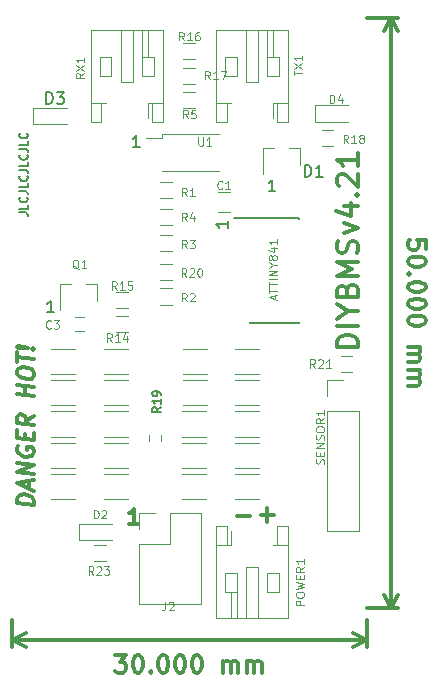
<source format=gbr>
G04 #@! TF.GenerationSoftware,KiCad,Pcbnew,(5.1.5)-3*
G04 #@! TF.CreationDate,2020-04-29T16:36:19+01:00*
G04 #@! TF.ProjectId,v4,76342e6b-6963-4616-945f-706362585858,rev?*
G04 #@! TF.SameCoordinates,Original*
G04 #@! TF.FileFunction,Legend,Top*
G04 #@! TF.FilePolarity,Positive*
%FSLAX46Y46*%
G04 Gerber Fmt 4.6, Leading zero omitted, Abs format (unit mm)*
G04 Created by KiCad (PCBNEW (5.1.5)-3) date 2020-04-29 16:36:19*
%MOMM*%
%LPD*%
G04 APERTURE LIST*
%ADD10C,0.170000*%
%ADD11C,0.200000*%
%ADD12C,0.300000*%
%ADD13C,0.380000*%
%ADD14C,0.120000*%
%ADD15C,0.150000*%
%ADD16C,0.100000*%
G04 APERTURE END LIST*
D10*
X102534266Y-63470933D02*
X103034266Y-63470933D01*
X103134266Y-63504266D01*
X103200933Y-63570933D01*
X103234266Y-63670933D01*
X103234266Y-63737600D01*
X103234266Y-62804266D02*
X103234266Y-63137600D01*
X102534266Y-63137600D01*
X103167600Y-62170933D02*
X103200933Y-62204266D01*
X103234266Y-62304266D01*
X103234266Y-62370933D01*
X103200933Y-62470933D01*
X103134266Y-62537600D01*
X103067600Y-62570933D01*
X102934266Y-62604266D01*
X102834266Y-62604266D01*
X102700933Y-62570933D01*
X102634266Y-62537600D01*
X102567600Y-62470933D01*
X102534266Y-62370933D01*
X102534266Y-62304266D01*
X102567600Y-62204266D01*
X102600933Y-62170933D01*
X102534266Y-61670933D02*
X103034266Y-61670933D01*
X103134266Y-61704266D01*
X103200933Y-61770933D01*
X103234266Y-61870933D01*
X103234266Y-61937600D01*
X103234266Y-61004266D02*
X103234266Y-61337600D01*
X102534266Y-61337600D01*
X103167600Y-60370933D02*
X103200933Y-60404266D01*
X103234266Y-60504266D01*
X103234266Y-60570933D01*
X103200933Y-60670933D01*
X103134266Y-60737600D01*
X103067600Y-60770933D01*
X102934266Y-60804266D01*
X102834266Y-60804266D01*
X102700933Y-60770933D01*
X102634266Y-60737600D01*
X102567600Y-60670933D01*
X102534266Y-60570933D01*
X102534266Y-60504266D01*
X102567600Y-60404266D01*
X102600933Y-60370933D01*
X102534266Y-59870933D02*
X103034266Y-59870933D01*
X103134266Y-59904266D01*
X103200933Y-59970933D01*
X103234266Y-60070933D01*
X103234266Y-60137600D01*
X103234266Y-59204266D02*
X103234266Y-59537600D01*
X102534266Y-59537600D01*
X103167600Y-58570933D02*
X103200933Y-58604266D01*
X103234266Y-58704266D01*
X103234266Y-58770933D01*
X103200933Y-58870933D01*
X103134266Y-58937600D01*
X103067600Y-58970933D01*
X102934266Y-59004266D01*
X102834266Y-59004266D01*
X102700933Y-58970933D01*
X102634266Y-58937600D01*
X102567600Y-58870933D01*
X102534266Y-58770933D01*
X102534266Y-58704266D01*
X102567600Y-58604266D01*
X102600933Y-58570933D01*
X102534266Y-58070933D02*
X103034266Y-58070933D01*
X103134266Y-58104266D01*
X103200933Y-58170933D01*
X103234266Y-58270933D01*
X103234266Y-58337600D01*
X103234266Y-57404266D02*
X103234266Y-57737600D01*
X102534266Y-57737600D01*
X103167600Y-56770933D02*
X103200933Y-56804266D01*
X103234266Y-56904266D01*
X103234266Y-56970933D01*
X103200933Y-57070933D01*
X103134266Y-57137600D01*
X103067600Y-57170933D01*
X102934266Y-57204266D01*
X102834266Y-57204266D01*
X102700933Y-57170933D01*
X102634266Y-57137600D01*
X102567600Y-57070933D01*
X102534266Y-56970933D01*
X102534266Y-56904266D01*
X102567600Y-56804266D01*
X102600933Y-56770933D01*
D11*
X105453314Y-71939980D02*
X104881885Y-71939980D01*
X105167600Y-71939980D02*
X105167600Y-70939980D01*
X105072361Y-71082838D01*
X104977123Y-71178076D01*
X104881885Y-71225695D01*
X124203314Y-61689980D02*
X123631885Y-61689980D01*
X123917600Y-61689980D02*
X123917600Y-60689980D01*
X123822361Y-60832838D01*
X123727123Y-60928076D01*
X123631885Y-60975695D01*
D12*
X122946171Y-89094742D02*
X124089028Y-89094742D01*
X123517600Y-89666171D02*
X123517600Y-88523314D01*
D11*
X112703314Y-57939980D02*
X112131885Y-57939980D01*
X112417600Y-57939980D02*
X112417600Y-56939980D01*
X112322361Y-57082838D01*
X112227123Y-57178076D01*
X112131885Y-57225695D01*
D12*
X103750933Y-88234891D02*
X102350933Y-88059891D01*
X102350933Y-87726558D01*
X102417600Y-87534891D01*
X102550933Y-87418225D01*
X102684266Y-87368225D01*
X102950933Y-87334891D01*
X103150933Y-87359891D01*
X103417600Y-87459891D01*
X103550933Y-87543225D01*
X103684266Y-87693225D01*
X103750933Y-87901558D01*
X103750933Y-88234891D01*
X103350933Y-86851558D02*
X103350933Y-86184891D01*
X103750933Y-87034891D02*
X102350933Y-86393225D01*
X103750933Y-86101558D01*
X103750933Y-85634891D02*
X102350933Y-85459891D01*
X103750933Y-84834891D01*
X102350933Y-84659891D01*
X102417600Y-83268225D02*
X102350933Y-83393225D01*
X102350933Y-83593225D01*
X102417600Y-83801558D01*
X102550933Y-83951558D01*
X102684266Y-84034891D01*
X102950933Y-84134891D01*
X103150933Y-84159891D01*
X103417600Y-84126558D01*
X103550933Y-84076558D01*
X103684266Y-83959891D01*
X103750933Y-83768225D01*
X103750933Y-83634891D01*
X103684266Y-83426558D01*
X103617600Y-83351558D01*
X103150933Y-83293225D01*
X103150933Y-83559891D01*
X103017600Y-82676558D02*
X103017600Y-82209891D01*
X103750933Y-82101558D02*
X103750933Y-82768225D01*
X102350933Y-82593225D01*
X102350933Y-81926558D01*
X103750933Y-80701558D02*
X103084266Y-81084891D01*
X103750933Y-81501558D02*
X102350933Y-81326558D01*
X102350933Y-80793225D01*
X102417600Y-80668225D01*
X102484266Y-80609891D01*
X102617600Y-80559891D01*
X102817600Y-80584891D01*
X102950933Y-80668225D01*
X103017600Y-80743225D01*
X103084266Y-80884891D01*
X103084266Y-81418225D01*
X103750933Y-79034891D02*
X102350933Y-78859891D01*
X103017600Y-78943225D02*
X103017600Y-78143225D01*
X103750933Y-78234891D02*
X102350933Y-78059891D01*
X102350933Y-77126558D02*
X102350933Y-76859891D01*
X102417600Y-76734891D01*
X102550933Y-76618225D01*
X102817600Y-76584891D01*
X103284266Y-76643225D01*
X103550933Y-76743225D01*
X103684266Y-76893225D01*
X103750933Y-77034891D01*
X103750933Y-77301558D01*
X103684266Y-77426558D01*
X103550933Y-77543225D01*
X103284266Y-77576558D01*
X102817600Y-77518225D01*
X102550933Y-77418225D01*
X102417600Y-77268225D01*
X102350933Y-77126558D01*
X102350933Y-76126558D02*
X102350933Y-75326558D01*
X103750933Y-75901558D02*
X102350933Y-75726558D01*
X103617600Y-75018225D02*
X103684266Y-74959891D01*
X103750933Y-75034891D01*
X103684266Y-75093225D01*
X103617600Y-75018225D01*
X103750933Y-75034891D01*
X103217600Y-74968225D02*
X102417600Y-74934891D01*
X102350933Y-74859891D01*
X102417600Y-74801558D01*
X103217600Y-74968225D01*
X102350933Y-74859891D01*
X112589028Y-89875695D02*
X111846171Y-89875695D01*
X112217600Y-89875695D02*
X112217600Y-88575695D01*
X112093790Y-88761409D01*
X111969980Y-88885219D01*
X111846171Y-88947123D01*
D13*
X131231885Y-74848885D02*
X129431885Y-74848885D01*
X129431885Y-74420314D01*
X129517600Y-74163171D01*
X129689028Y-73991742D01*
X129860457Y-73906028D01*
X130203314Y-73820314D01*
X130460457Y-73820314D01*
X130803314Y-73906028D01*
X130974742Y-73991742D01*
X131146171Y-74163171D01*
X131231885Y-74420314D01*
X131231885Y-74848885D01*
X131231885Y-73048885D02*
X129431885Y-73048885D01*
X130374742Y-71848885D02*
X131231885Y-71848885D01*
X129431885Y-72448885D02*
X130374742Y-71848885D01*
X129431885Y-71248885D01*
X130289028Y-70048885D02*
X130374742Y-69791742D01*
X130460457Y-69706028D01*
X130631885Y-69620314D01*
X130889028Y-69620314D01*
X131060457Y-69706028D01*
X131146171Y-69791742D01*
X131231885Y-69963171D01*
X131231885Y-70648885D01*
X129431885Y-70648885D01*
X129431885Y-70048885D01*
X129517600Y-69877457D01*
X129603314Y-69791742D01*
X129774742Y-69706028D01*
X129946171Y-69706028D01*
X130117600Y-69791742D01*
X130203314Y-69877457D01*
X130289028Y-70048885D01*
X130289028Y-70648885D01*
X131231885Y-68848885D02*
X129431885Y-68848885D01*
X130717600Y-68248885D01*
X129431885Y-67648885D01*
X131231885Y-67648885D01*
X131146171Y-66877457D02*
X131231885Y-66620314D01*
X131231885Y-66191742D01*
X131146171Y-66020314D01*
X131060457Y-65934600D01*
X130889028Y-65848885D01*
X130717600Y-65848885D01*
X130546171Y-65934600D01*
X130460457Y-66020314D01*
X130374742Y-66191742D01*
X130289028Y-66534599D01*
X130203314Y-66706028D01*
X130117600Y-66791742D01*
X129946171Y-66877457D01*
X129774742Y-66877457D01*
X129603314Y-66791742D01*
X129517600Y-66706028D01*
X129431885Y-66534599D01*
X129431885Y-66106028D01*
X129517600Y-65848885D01*
X130031885Y-65248885D02*
X131231885Y-64820314D01*
X130031885Y-64391742D01*
X130031885Y-62934600D02*
X131231885Y-62934600D01*
X129346171Y-63363171D02*
X130631885Y-63791742D01*
X130631885Y-62677457D01*
X131060457Y-61991742D02*
X131146171Y-61906028D01*
X131231885Y-61991742D01*
X131146171Y-62077457D01*
X131060457Y-61991742D01*
X131231885Y-61991742D01*
X129603314Y-61220314D02*
X129517600Y-61134600D01*
X129431885Y-60963171D01*
X129431885Y-60534600D01*
X129517600Y-60363171D01*
X129603314Y-60277457D01*
X129774742Y-60191742D01*
X129946171Y-60191742D01*
X130203314Y-60277457D01*
X131231885Y-61306028D01*
X131231885Y-60191742D01*
X131231885Y-58477457D02*
X131231885Y-59506028D01*
X131231885Y-58991742D02*
X129431885Y-58991742D01*
X129689028Y-59163171D01*
X129860457Y-59334600D01*
X129946171Y-59506028D01*
D11*
X120169980Y-64201885D02*
X120169980Y-64773314D01*
X120169980Y-64487600D02*
X119169980Y-64487600D01*
X119312838Y-64582838D01*
X119408076Y-64678076D01*
X119455695Y-64773314D01*
D12*
X122089028Y-89180457D02*
X120946171Y-89180457D01*
X110631885Y-100942571D02*
X111560457Y-100942571D01*
X111060457Y-101514000D01*
X111274742Y-101514000D01*
X111417600Y-101585428D01*
X111489028Y-101656857D01*
X111560457Y-101799714D01*
X111560457Y-102156857D01*
X111489028Y-102299714D01*
X111417600Y-102371142D01*
X111274742Y-102442571D01*
X110846171Y-102442571D01*
X110703314Y-102371142D01*
X110631885Y-102299714D01*
X112489028Y-100942571D02*
X112631885Y-100942571D01*
X112774742Y-101014000D01*
X112846171Y-101085428D01*
X112917600Y-101228285D01*
X112989028Y-101514000D01*
X112989028Y-101871142D01*
X112917600Y-102156857D01*
X112846171Y-102299714D01*
X112774742Y-102371142D01*
X112631885Y-102442571D01*
X112489028Y-102442571D01*
X112346171Y-102371142D01*
X112274742Y-102299714D01*
X112203314Y-102156857D01*
X112131885Y-101871142D01*
X112131885Y-101514000D01*
X112203314Y-101228285D01*
X112274742Y-101085428D01*
X112346171Y-101014000D01*
X112489028Y-100942571D01*
X113631885Y-102299714D02*
X113703314Y-102371142D01*
X113631885Y-102442571D01*
X113560457Y-102371142D01*
X113631885Y-102299714D01*
X113631885Y-102442571D01*
X114631885Y-100942571D02*
X114774742Y-100942571D01*
X114917600Y-101014000D01*
X114989028Y-101085428D01*
X115060457Y-101228285D01*
X115131885Y-101514000D01*
X115131885Y-101871142D01*
X115060457Y-102156857D01*
X114989028Y-102299714D01*
X114917600Y-102371142D01*
X114774742Y-102442571D01*
X114631885Y-102442571D01*
X114489028Y-102371142D01*
X114417600Y-102299714D01*
X114346171Y-102156857D01*
X114274742Y-101871142D01*
X114274742Y-101514000D01*
X114346171Y-101228285D01*
X114417600Y-101085428D01*
X114489028Y-101014000D01*
X114631885Y-100942571D01*
X116060457Y-100942571D02*
X116203314Y-100942571D01*
X116346171Y-101014000D01*
X116417600Y-101085428D01*
X116489028Y-101228285D01*
X116560457Y-101514000D01*
X116560457Y-101871142D01*
X116489028Y-102156857D01*
X116417600Y-102299714D01*
X116346171Y-102371142D01*
X116203314Y-102442571D01*
X116060457Y-102442571D01*
X115917600Y-102371142D01*
X115846171Y-102299714D01*
X115774742Y-102156857D01*
X115703314Y-101871142D01*
X115703314Y-101514000D01*
X115774742Y-101228285D01*
X115846171Y-101085428D01*
X115917600Y-101014000D01*
X116060457Y-100942571D01*
X117489028Y-100942571D02*
X117631885Y-100942571D01*
X117774742Y-101014000D01*
X117846171Y-101085428D01*
X117917600Y-101228285D01*
X117989028Y-101514000D01*
X117989028Y-101871142D01*
X117917600Y-102156857D01*
X117846171Y-102299714D01*
X117774742Y-102371142D01*
X117631885Y-102442571D01*
X117489028Y-102442571D01*
X117346171Y-102371142D01*
X117274742Y-102299714D01*
X117203314Y-102156857D01*
X117131885Y-101871142D01*
X117131885Y-101514000D01*
X117203314Y-101228285D01*
X117274742Y-101085428D01*
X117346171Y-101014000D01*
X117489028Y-100942571D01*
X119774742Y-102442571D02*
X119774742Y-101442571D01*
X119774742Y-101585428D02*
X119846171Y-101514000D01*
X119989028Y-101442571D01*
X120203314Y-101442571D01*
X120346171Y-101514000D01*
X120417600Y-101656857D01*
X120417600Y-102442571D01*
X120417600Y-101656857D02*
X120489028Y-101514000D01*
X120631885Y-101442571D01*
X120846171Y-101442571D01*
X120989028Y-101514000D01*
X121060457Y-101656857D01*
X121060457Y-102442571D01*
X121774742Y-102442571D02*
X121774742Y-101442571D01*
X121774742Y-101585428D02*
X121846171Y-101514000D01*
X121989028Y-101442571D01*
X122203314Y-101442571D01*
X122346171Y-101514000D01*
X122417600Y-101656857D01*
X122417600Y-102442571D01*
X122417600Y-101656857D02*
X122489028Y-101514000D01*
X122631885Y-101442571D01*
X122846171Y-101442571D01*
X122989028Y-101514000D01*
X123060457Y-101656857D01*
X123060457Y-102442571D01*
X101917600Y-99664000D02*
X131917600Y-99664000D01*
X101917600Y-97987600D02*
X101917600Y-100250421D01*
X131917600Y-97987600D02*
X131917600Y-100250421D01*
X131917600Y-99664000D02*
X130791096Y-100250421D01*
X131917600Y-99664000D02*
X130791096Y-99077579D01*
X101917600Y-99664000D02*
X103044104Y-100250421D01*
X101917600Y-99664000D02*
X103044104Y-99077579D01*
X136939028Y-66559028D02*
X136939028Y-65844742D01*
X136224742Y-65773314D01*
X136296171Y-65844742D01*
X136367600Y-65987600D01*
X136367600Y-66344742D01*
X136296171Y-66487600D01*
X136224742Y-66559028D01*
X136081885Y-66630457D01*
X135724742Y-66630457D01*
X135581885Y-66559028D01*
X135510457Y-66487600D01*
X135439028Y-66344742D01*
X135439028Y-65987600D01*
X135510457Y-65844742D01*
X135581885Y-65773314D01*
X136939028Y-67559028D02*
X136939028Y-67701885D01*
X136867600Y-67844742D01*
X136796171Y-67916171D01*
X136653314Y-67987600D01*
X136367600Y-68059028D01*
X136010457Y-68059028D01*
X135724742Y-67987600D01*
X135581885Y-67916171D01*
X135510457Y-67844742D01*
X135439028Y-67701885D01*
X135439028Y-67559028D01*
X135510457Y-67416171D01*
X135581885Y-67344742D01*
X135724742Y-67273314D01*
X136010457Y-67201885D01*
X136367600Y-67201885D01*
X136653314Y-67273314D01*
X136796171Y-67344742D01*
X136867600Y-67416171D01*
X136939028Y-67559028D01*
X135581885Y-68701885D02*
X135510457Y-68773314D01*
X135439028Y-68701885D01*
X135510457Y-68630457D01*
X135581885Y-68701885D01*
X135439028Y-68701885D01*
X136939028Y-69701885D02*
X136939028Y-69844742D01*
X136867600Y-69987600D01*
X136796171Y-70059028D01*
X136653314Y-70130457D01*
X136367600Y-70201885D01*
X136010457Y-70201885D01*
X135724742Y-70130457D01*
X135581885Y-70059028D01*
X135510457Y-69987600D01*
X135439028Y-69844742D01*
X135439028Y-69701885D01*
X135510457Y-69559028D01*
X135581885Y-69487600D01*
X135724742Y-69416171D01*
X136010457Y-69344742D01*
X136367600Y-69344742D01*
X136653314Y-69416171D01*
X136796171Y-69487600D01*
X136867600Y-69559028D01*
X136939028Y-69701885D01*
X136939028Y-71130457D02*
X136939028Y-71273314D01*
X136867600Y-71416171D01*
X136796171Y-71487600D01*
X136653314Y-71559028D01*
X136367600Y-71630457D01*
X136010457Y-71630457D01*
X135724742Y-71559028D01*
X135581885Y-71487600D01*
X135510457Y-71416171D01*
X135439028Y-71273314D01*
X135439028Y-71130457D01*
X135510457Y-70987600D01*
X135581885Y-70916171D01*
X135724742Y-70844742D01*
X136010457Y-70773314D01*
X136367600Y-70773314D01*
X136653314Y-70844742D01*
X136796171Y-70916171D01*
X136867600Y-70987600D01*
X136939028Y-71130457D01*
X136939028Y-72559028D02*
X136939028Y-72701885D01*
X136867600Y-72844742D01*
X136796171Y-72916171D01*
X136653314Y-72987600D01*
X136367600Y-73059028D01*
X136010457Y-73059028D01*
X135724742Y-72987600D01*
X135581885Y-72916171D01*
X135510457Y-72844742D01*
X135439028Y-72701885D01*
X135439028Y-72559028D01*
X135510457Y-72416171D01*
X135581885Y-72344742D01*
X135724742Y-72273314D01*
X136010457Y-72201885D01*
X136367600Y-72201885D01*
X136653314Y-72273314D01*
X136796171Y-72344742D01*
X136867600Y-72416171D01*
X136939028Y-72559028D01*
X135439028Y-74844742D02*
X136439028Y-74844742D01*
X136296171Y-74844742D02*
X136367600Y-74916171D01*
X136439028Y-75059028D01*
X136439028Y-75273314D01*
X136367600Y-75416171D01*
X136224742Y-75487600D01*
X135439028Y-75487600D01*
X136224742Y-75487600D02*
X136367600Y-75559028D01*
X136439028Y-75701885D01*
X136439028Y-75916171D01*
X136367600Y-76059028D01*
X136224742Y-76130457D01*
X135439028Y-76130457D01*
X135439028Y-76844742D02*
X136439028Y-76844742D01*
X136296171Y-76844742D02*
X136367600Y-76916171D01*
X136439028Y-77059028D01*
X136439028Y-77273314D01*
X136367600Y-77416171D01*
X136224742Y-77487600D01*
X135439028Y-77487600D01*
X136224742Y-77487600D02*
X136367600Y-77559028D01*
X136439028Y-77701885D01*
X136439028Y-77916171D01*
X136367600Y-78059028D01*
X136224742Y-78130457D01*
X135439028Y-78130457D01*
X134017600Y-46987600D02*
X134017600Y-96987600D01*
X131917600Y-46987600D02*
X134604021Y-46987600D01*
X131917600Y-96987600D02*
X134604021Y-96987600D01*
X134017600Y-96987600D02*
X133431179Y-95861096D01*
X134017600Y-96987600D02*
X134604021Y-95861096D01*
X134017600Y-46987600D02*
X133431179Y-48114104D01*
X134017600Y-46987600D02*
X134604021Y-48114104D01*
D14*
X113487600Y-82337600D02*
X113487600Y-82837600D01*
X114547600Y-82837600D02*
X114547600Y-82337600D01*
X126297600Y-58027600D02*
X125367600Y-58027600D01*
X123137600Y-58027600D02*
X124067600Y-58027600D01*
X123137600Y-58027600D02*
X123137600Y-60187600D01*
X126297600Y-58027600D02*
X126297600Y-59487600D01*
X105217600Y-75017600D02*
X107217600Y-75017600D01*
X107217600Y-77157600D02*
X105217600Y-77157600D01*
X109717600Y-75017600D02*
X111717600Y-75017600D01*
X111717600Y-77157600D02*
X109717600Y-77157600D01*
X116417600Y-75017600D02*
X118417600Y-75017600D01*
X118417600Y-77157600D02*
X116417600Y-77157600D01*
X120817600Y-75017600D02*
X122817600Y-75017600D01*
X122817600Y-77157600D02*
X120817600Y-77157600D01*
X105217600Y-82967600D02*
X107217600Y-82967600D01*
X107217600Y-85107600D02*
X105217600Y-85107600D01*
X105217600Y-85617600D02*
X107217600Y-85617600D01*
X107217600Y-87757600D02*
X105217600Y-87757600D01*
X109717600Y-82967600D02*
X111717600Y-82967600D01*
X111717600Y-85107600D02*
X109717600Y-85107600D01*
X109717600Y-85617600D02*
X111717600Y-85617600D01*
X111717600Y-87757600D02*
X109717600Y-87757600D01*
X116317600Y-82967600D02*
X118317600Y-82967600D01*
X118317600Y-85107600D02*
X116317600Y-85107600D01*
X116317600Y-85617600D02*
X118317600Y-85617600D01*
X118317600Y-87757600D02*
X116317600Y-87757600D01*
X120817600Y-82967600D02*
X122817600Y-82967600D01*
X122817600Y-85107600D02*
X120817600Y-85107600D01*
X120817600Y-85617600D02*
X122817600Y-85617600D01*
X122817600Y-87757600D02*
X120817600Y-87757600D01*
X105217600Y-77667600D02*
X107217600Y-77667600D01*
X107217600Y-79807600D02*
X105217600Y-79807600D01*
X105217600Y-80317600D02*
X107217600Y-80317600D01*
X107217600Y-82457600D02*
X105217600Y-82457600D01*
X109717600Y-77667600D02*
X111717600Y-77667600D01*
X111717600Y-79807600D02*
X109717600Y-79807600D01*
X109717600Y-80317600D02*
X111717600Y-80317600D01*
X111717600Y-82457600D02*
X109717600Y-82457600D01*
X116417600Y-77667600D02*
X118417600Y-77667600D01*
X118417600Y-79807600D02*
X116417600Y-79807600D01*
X116317600Y-80317600D02*
X118317600Y-80317600D01*
X118317600Y-82457600D02*
X116317600Y-82457600D01*
X120817600Y-77667600D02*
X122817600Y-77667600D01*
X122817600Y-79807600D02*
X120817600Y-79807600D01*
X120817600Y-80317600D02*
X122817600Y-80317600D01*
X122817600Y-82457600D02*
X120817600Y-82457600D01*
X107542600Y-89812600D02*
X107542600Y-91212600D01*
X107542600Y-91212600D02*
X110342600Y-91212600D01*
X107542600Y-89812600D02*
X110342600Y-89812600D01*
X120317600Y-61737600D02*
X119317600Y-61737600D01*
X119317600Y-63437600D02*
X120317600Y-63437600D01*
X103717600Y-54587600D02*
X103717600Y-55987600D01*
X103717600Y-55987600D02*
X106517600Y-55987600D01*
X103717600Y-54587600D02*
X106517600Y-54587600D01*
X114617600Y-56797600D02*
X114617600Y-57197600D01*
X114617600Y-57197600D02*
X113217600Y-57197600D01*
X114617600Y-56797600D02*
X119417600Y-56797600D01*
X114617600Y-59997600D02*
X119417600Y-59997600D01*
X127517600Y-54387600D02*
X127517600Y-55787600D01*
X127517600Y-55787600D02*
X130317600Y-55787600D01*
X127517600Y-54387600D02*
X130317600Y-54387600D01*
X122717600Y-48037600D02*
X122717600Y-52387600D01*
X122717600Y-52387600D02*
X121717600Y-52387600D01*
X121717600Y-52387600D02*
X121717600Y-48037600D01*
X124017600Y-54237600D02*
X124367600Y-54237600D01*
X124367600Y-54237600D02*
X124367600Y-55837600D01*
X124367600Y-55837600D02*
X125267600Y-55837600D01*
X125267600Y-55837600D02*
X125267600Y-48037600D01*
X125267600Y-48037600D02*
X119167600Y-48037600D01*
X119167600Y-48037600D02*
X119167600Y-55837600D01*
X119167600Y-55837600D02*
X120067600Y-55837600D01*
X120067600Y-55837600D02*
X120067600Y-54237600D01*
X120067600Y-54237600D02*
X120417600Y-54237600D01*
X125267600Y-54237600D02*
X124367600Y-54237600D01*
X119167600Y-54237600D02*
X120067600Y-54237600D01*
X124517600Y-51887600D02*
X124517600Y-50287600D01*
X124517600Y-50287600D02*
X123517600Y-50287600D01*
X123517600Y-50287600D02*
X123517600Y-51887600D01*
X123517600Y-51887600D02*
X124517600Y-51887600D01*
X119917600Y-51887600D02*
X119917600Y-50287600D01*
X119917600Y-50287600D02*
X120917600Y-50287600D01*
X120917600Y-50287600D02*
X120917600Y-51887600D01*
X120917600Y-51887600D02*
X119917600Y-51887600D01*
X123517600Y-50287600D02*
X123517600Y-48037600D01*
X124017600Y-50287600D02*
X124017600Y-48037600D01*
X124017600Y-54237600D02*
X124017600Y-55437600D01*
X108842600Y-91632600D02*
X109842600Y-91632600D01*
X109842600Y-92992600D02*
X108842600Y-92992600D01*
X129717600Y-75607600D02*
X130717600Y-75607600D01*
X130717600Y-76967600D02*
X129717600Y-76967600D01*
X115417600Y-69167600D02*
X114417600Y-69167600D01*
X114417600Y-67807600D02*
X115417600Y-67807600D01*
X128117600Y-56507600D02*
X129117600Y-56507600D01*
X129117600Y-57867600D02*
X128117600Y-57867600D01*
X117417600Y-52567600D02*
X116417600Y-52567600D01*
X116417600Y-51207600D02*
X117417600Y-51207600D01*
X117417600Y-50467600D02*
X116417600Y-50467600D01*
X116417600Y-49107600D02*
X117417600Y-49107600D01*
X111717600Y-71567600D02*
X110717600Y-71567600D01*
X110717600Y-70207600D02*
X111717600Y-70207600D01*
X111717600Y-73567600D02*
X110717600Y-73567600D01*
X110717600Y-72207600D02*
X111717600Y-72207600D01*
X117417600Y-54667600D02*
X116417600Y-54667600D01*
X116417600Y-53307600D02*
X117417600Y-53307600D01*
X115417600Y-64517600D02*
X114417600Y-64517600D01*
X114417600Y-63157600D02*
X115417600Y-63157600D01*
X115417600Y-66767600D02*
X114417600Y-66767600D01*
X114417600Y-65407600D02*
X115417600Y-65407600D01*
X115417600Y-71267600D02*
X114417600Y-71267600D01*
X114417600Y-69907600D02*
X115417600Y-69907600D01*
X115417600Y-62267600D02*
X114417600Y-62267600D01*
X114417600Y-60907600D02*
X115417600Y-60907600D01*
X107967600Y-73487600D02*
X107267600Y-73487600D01*
X107267600Y-72287600D02*
X107967600Y-72287600D01*
X128587600Y-90477600D02*
X131247600Y-90477600D01*
X128587600Y-80257600D02*
X128587600Y-90477600D01*
X131247600Y-80257600D02*
X131247600Y-90477600D01*
X128587600Y-80257600D02*
X131247600Y-80257600D01*
X128587600Y-78987600D02*
X128587600Y-77657600D01*
X128587600Y-77657600D02*
X129917600Y-77657600D01*
X112687600Y-96647600D02*
X117887600Y-96647600D01*
X112687600Y-91507600D02*
X112687600Y-96647600D01*
X117887600Y-88907600D02*
X117887600Y-96647600D01*
X112687600Y-91507600D02*
X115287600Y-91507600D01*
X115287600Y-91507600D02*
X115287600Y-88907600D01*
X115287600Y-88907600D02*
X117887600Y-88907600D01*
X112687600Y-90237600D02*
X112687600Y-88907600D01*
X112687600Y-88907600D02*
X114017600Y-88907600D01*
X121717600Y-97837600D02*
X121717600Y-93487600D01*
X121717600Y-93487600D02*
X122717600Y-93487600D01*
X122717600Y-93487600D02*
X122717600Y-97837600D01*
X120417600Y-91637600D02*
X120067600Y-91637600D01*
X120067600Y-91637600D02*
X120067600Y-90037600D01*
X120067600Y-90037600D02*
X119167600Y-90037600D01*
X119167600Y-90037600D02*
X119167600Y-97837600D01*
X119167600Y-97837600D02*
X125267600Y-97837600D01*
X125267600Y-97837600D02*
X125267600Y-90037600D01*
X125267600Y-90037600D02*
X124367600Y-90037600D01*
X124367600Y-90037600D02*
X124367600Y-91637600D01*
X124367600Y-91637600D02*
X124017600Y-91637600D01*
X119167600Y-91637600D02*
X120067600Y-91637600D01*
X125267600Y-91637600D02*
X124367600Y-91637600D01*
X119917600Y-93987600D02*
X119917600Y-95587600D01*
X119917600Y-95587600D02*
X120917600Y-95587600D01*
X120917600Y-95587600D02*
X120917600Y-93987600D01*
X120917600Y-93987600D02*
X119917600Y-93987600D01*
X124517600Y-93987600D02*
X124517600Y-95587600D01*
X124517600Y-95587600D02*
X123517600Y-95587600D01*
X123517600Y-95587600D02*
X123517600Y-93987600D01*
X123517600Y-93987600D02*
X124517600Y-93987600D01*
X120917600Y-95587600D02*
X120917600Y-97837600D01*
X120417600Y-95587600D02*
X120417600Y-97837600D01*
X120417600Y-91637600D02*
X120417600Y-90437600D01*
D15*
X122042600Y-63937600D02*
X122042600Y-63962600D01*
X126192600Y-63937600D02*
X126192600Y-64052600D01*
X126192600Y-72837600D02*
X126192600Y-72722600D01*
X122042600Y-72837600D02*
X122042600Y-72722600D01*
X122042600Y-63937600D02*
X126192600Y-63937600D01*
X122042600Y-72837600D02*
X126192600Y-72837600D01*
X122042600Y-63962600D02*
X120667600Y-63962600D01*
D14*
X112117600Y-48037600D02*
X112117600Y-52387600D01*
X112117600Y-52387600D02*
X111117600Y-52387600D01*
X111117600Y-52387600D02*
X111117600Y-48037600D01*
X113417600Y-54237600D02*
X113767600Y-54237600D01*
X113767600Y-54237600D02*
X113767600Y-55837600D01*
X113767600Y-55837600D02*
X114667600Y-55837600D01*
X114667600Y-55837600D02*
X114667600Y-48037600D01*
X114667600Y-48037600D02*
X108567600Y-48037600D01*
X108567600Y-48037600D02*
X108567600Y-55837600D01*
X108567600Y-55837600D02*
X109467600Y-55837600D01*
X109467600Y-55837600D02*
X109467600Y-54237600D01*
X109467600Y-54237600D02*
X109817600Y-54237600D01*
X114667600Y-54237600D02*
X113767600Y-54237600D01*
X108567600Y-54237600D02*
X109467600Y-54237600D01*
X113917600Y-51887600D02*
X113917600Y-50287600D01*
X113917600Y-50287600D02*
X112917600Y-50287600D01*
X112917600Y-50287600D02*
X112917600Y-51887600D01*
X112917600Y-51887600D02*
X113917600Y-51887600D01*
X109317600Y-51887600D02*
X109317600Y-50287600D01*
X109317600Y-50287600D02*
X110317600Y-50287600D01*
X110317600Y-50287600D02*
X110317600Y-51887600D01*
X110317600Y-51887600D02*
X109317600Y-51887600D01*
X112917600Y-50287600D02*
X112917600Y-48037600D01*
X113417600Y-50287600D02*
X113417600Y-48037600D01*
X113417600Y-54237600D02*
X113417600Y-55437600D01*
X109097600Y-69527600D02*
X108167600Y-69527600D01*
X105937600Y-69527600D02*
X106867600Y-69527600D01*
X105937600Y-69527600D02*
X105937600Y-71687600D01*
X109097600Y-69527600D02*
X109097600Y-70987600D01*
D15*
X114484266Y-79937600D02*
X114150933Y-80170933D01*
X114484266Y-80337600D02*
X113784266Y-80337600D01*
X113784266Y-80070933D01*
X113817600Y-80004266D01*
X113850933Y-79970933D01*
X113917600Y-79937600D01*
X114017600Y-79937600D01*
X114084266Y-79970933D01*
X114117600Y-80004266D01*
X114150933Y-80070933D01*
X114150933Y-80337600D01*
X114484266Y-79270933D02*
X114484266Y-79670933D01*
X114484266Y-79470933D02*
X113784266Y-79470933D01*
X113884266Y-79537600D01*
X113950933Y-79604266D01*
X113984266Y-79670933D01*
X114484266Y-78937600D02*
X114484266Y-78804266D01*
X114450933Y-78737600D01*
X114417600Y-78704266D01*
X114317600Y-78637600D01*
X114184266Y-78604266D01*
X113917600Y-78604266D01*
X113850933Y-78637600D01*
X113817600Y-78670933D01*
X113784266Y-78737600D01*
X113784266Y-78870933D01*
X113817600Y-78937600D01*
X113850933Y-78970933D01*
X113917600Y-79004266D01*
X114084266Y-79004266D01*
X114150933Y-78970933D01*
X114184266Y-78937600D01*
X114217600Y-78870933D01*
X114217600Y-78737600D01*
X114184266Y-78670933D01*
X114150933Y-78637600D01*
X114084266Y-78604266D01*
X126679504Y-60439980D02*
X126679504Y-59439980D01*
X126917600Y-59439980D01*
X127060457Y-59487600D01*
X127155695Y-59582838D01*
X127203314Y-59678076D01*
X127250933Y-59868552D01*
X127250933Y-60011409D01*
X127203314Y-60201885D01*
X127155695Y-60297123D01*
X127060457Y-60392361D01*
X126917600Y-60439980D01*
X126679504Y-60439980D01*
X128203314Y-60439980D02*
X127631885Y-60439980D01*
X127917600Y-60439980D02*
X127917600Y-59439980D01*
X127822361Y-59582838D01*
X127727123Y-59678076D01*
X127631885Y-59725695D01*
D16*
X108825933Y-89379266D02*
X108825933Y-88679266D01*
X108992600Y-88679266D01*
X109092600Y-88712600D01*
X109159266Y-88779266D01*
X109192600Y-88845933D01*
X109225933Y-88979266D01*
X109225933Y-89079266D01*
X109192600Y-89212600D01*
X109159266Y-89279266D01*
X109092600Y-89345933D01*
X108992600Y-89379266D01*
X108825933Y-89379266D01*
X109492600Y-88745933D02*
X109525933Y-88712600D01*
X109592600Y-88679266D01*
X109759266Y-88679266D01*
X109825933Y-88712600D01*
X109859266Y-88745933D01*
X109892600Y-88812600D01*
X109892600Y-88879266D01*
X109859266Y-88979266D01*
X109459266Y-89379266D01*
X109892600Y-89379266D01*
X119700933Y-61437600D02*
X119667600Y-61470933D01*
X119567600Y-61504266D01*
X119500933Y-61504266D01*
X119400933Y-61470933D01*
X119334266Y-61404266D01*
X119300933Y-61337600D01*
X119267600Y-61204266D01*
X119267600Y-61104266D01*
X119300933Y-60970933D01*
X119334266Y-60904266D01*
X119400933Y-60837600D01*
X119500933Y-60804266D01*
X119567600Y-60804266D01*
X119667600Y-60837600D01*
X119700933Y-60870933D01*
X120367600Y-61504266D02*
X119967600Y-61504266D01*
X120167600Y-61504266D02*
X120167600Y-60804266D01*
X120100933Y-60904266D01*
X120034266Y-60970933D01*
X119967600Y-61004266D01*
D15*
X104779504Y-54289980D02*
X104779504Y-53289980D01*
X105017600Y-53289980D01*
X105160457Y-53337600D01*
X105255695Y-53432838D01*
X105303314Y-53528076D01*
X105350933Y-53718552D01*
X105350933Y-53861409D01*
X105303314Y-54051885D01*
X105255695Y-54147123D01*
X105160457Y-54242361D01*
X105017600Y-54289980D01*
X104779504Y-54289980D01*
X105684266Y-53289980D02*
X106303314Y-53289980D01*
X105969980Y-53670933D01*
X106112838Y-53670933D01*
X106208076Y-53718552D01*
X106255695Y-53766171D01*
X106303314Y-53861409D01*
X106303314Y-54099504D01*
X106255695Y-54194742D01*
X106208076Y-54242361D01*
X106112838Y-54289980D01*
X105827123Y-54289980D01*
X105731885Y-54242361D01*
X105684266Y-54194742D01*
D16*
X117684266Y-57104266D02*
X117684266Y-57670933D01*
X117717600Y-57737600D01*
X117750933Y-57770933D01*
X117817600Y-57804266D01*
X117950933Y-57804266D01*
X118017600Y-57770933D01*
X118050933Y-57737600D01*
X118084266Y-57670933D01*
X118084266Y-57104266D01*
X118784266Y-57804266D02*
X118384266Y-57804266D01*
X118584266Y-57804266D02*
X118584266Y-57104266D01*
X118517600Y-57204266D01*
X118450933Y-57270933D01*
X118384266Y-57304266D01*
X128800933Y-54204266D02*
X128800933Y-53504266D01*
X128967600Y-53504266D01*
X129067600Y-53537600D01*
X129134266Y-53604266D01*
X129167600Y-53670933D01*
X129200933Y-53804266D01*
X129200933Y-53904266D01*
X129167600Y-54037600D01*
X129134266Y-54104266D01*
X129067600Y-54170933D01*
X128967600Y-54204266D01*
X128800933Y-54204266D01*
X129800933Y-53737600D02*
X129800933Y-54204266D01*
X129634266Y-53470933D02*
X129467600Y-53970933D01*
X129900933Y-53970933D01*
X125784266Y-51854266D02*
X125784266Y-51454266D01*
X126484266Y-51654266D02*
X125784266Y-51654266D01*
X125784266Y-51287600D02*
X126484266Y-50820933D01*
X125784266Y-50820933D02*
X126484266Y-51287600D01*
X126484266Y-50187600D02*
X126484266Y-50587600D01*
X126484266Y-50387600D02*
X125784266Y-50387600D01*
X125884266Y-50454266D01*
X125950933Y-50520933D01*
X125984266Y-50587600D01*
X108792600Y-94129266D02*
X108559266Y-93795933D01*
X108392600Y-94129266D02*
X108392600Y-93429266D01*
X108659266Y-93429266D01*
X108725933Y-93462600D01*
X108759266Y-93495933D01*
X108792600Y-93562600D01*
X108792600Y-93662600D01*
X108759266Y-93729266D01*
X108725933Y-93762600D01*
X108659266Y-93795933D01*
X108392600Y-93795933D01*
X109059266Y-93495933D02*
X109092600Y-93462600D01*
X109159266Y-93429266D01*
X109325933Y-93429266D01*
X109392600Y-93462600D01*
X109425933Y-93495933D01*
X109459266Y-93562600D01*
X109459266Y-93629266D01*
X109425933Y-93729266D01*
X109025933Y-94129266D01*
X109459266Y-94129266D01*
X109692600Y-93429266D02*
X110125933Y-93429266D01*
X109892600Y-93695933D01*
X109992600Y-93695933D01*
X110059266Y-93729266D01*
X110092600Y-93762600D01*
X110125933Y-93829266D01*
X110125933Y-93995933D01*
X110092600Y-94062600D01*
X110059266Y-94095933D01*
X109992600Y-94129266D01*
X109792600Y-94129266D01*
X109725933Y-94095933D01*
X109692600Y-94062600D01*
X127567600Y-76604266D02*
X127334266Y-76270933D01*
X127167600Y-76604266D02*
X127167600Y-75904266D01*
X127434266Y-75904266D01*
X127500933Y-75937600D01*
X127534266Y-75970933D01*
X127567600Y-76037600D01*
X127567600Y-76137600D01*
X127534266Y-76204266D01*
X127500933Y-76237600D01*
X127434266Y-76270933D01*
X127167600Y-76270933D01*
X127834266Y-75970933D02*
X127867600Y-75937600D01*
X127934266Y-75904266D01*
X128100933Y-75904266D01*
X128167600Y-75937600D01*
X128200933Y-75970933D01*
X128234266Y-76037600D01*
X128234266Y-76104266D01*
X128200933Y-76204266D01*
X127800933Y-76604266D01*
X128234266Y-76604266D01*
X128900933Y-76604266D02*
X128500933Y-76604266D01*
X128700933Y-76604266D02*
X128700933Y-75904266D01*
X128634266Y-76004266D01*
X128567600Y-76070933D01*
X128500933Y-76104266D01*
X116667600Y-68904266D02*
X116434266Y-68570933D01*
X116267600Y-68904266D02*
X116267600Y-68204266D01*
X116534266Y-68204266D01*
X116600933Y-68237600D01*
X116634266Y-68270933D01*
X116667600Y-68337600D01*
X116667600Y-68437600D01*
X116634266Y-68504266D01*
X116600933Y-68537600D01*
X116534266Y-68570933D01*
X116267600Y-68570933D01*
X116934266Y-68270933D02*
X116967600Y-68237600D01*
X117034266Y-68204266D01*
X117200933Y-68204266D01*
X117267600Y-68237600D01*
X117300933Y-68270933D01*
X117334266Y-68337600D01*
X117334266Y-68404266D01*
X117300933Y-68504266D01*
X116900933Y-68904266D01*
X117334266Y-68904266D01*
X117767600Y-68204266D02*
X117834266Y-68204266D01*
X117900933Y-68237600D01*
X117934266Y-68270933D01*
X117967600Y-68337600D01*
X118000933Y-68470933D01*
X118000933Y-68637600D01*
X117967600Y-68770933D01*
X117934266Y-68837600D01*
X117900933Y-68870933D01*
X117834266Y-68904266D01*
X117767600Y-68904266D01*
X117700933Y-68870933D01*
X117667600Y-68837600D01*
X117634266Y-68770933D01*
X117600933Y-68637600D01*
X117600933Y-68470933D01*
X117634266Y-68337600D01*
X117667600Y-68270933D01*
X117700933Y-68237600D01*
X117767600Y-68204266D01*
X130367600Y-57604266D02*
X130134266Y-57270933D01*
X129967600Y-57604266D02*
X129967600Y-56904266D01*
X130234266Y-56904266D01*
X130300933Y-56937600D01*
X130334266Y-56970933D01*
X130367600Y-57037600D01*
X130367600Y-57137600D01*
X130334266Y-57204266D01*
X130300933Y-57237600D01*
X130234266Y-57270933D01*
X129967600Y-57270933D01*
X131034266Y-57604266D02*
X130634266Y-57604266D01*
X130834266Y-57604266D02*
X130834266Y-56904266D01*
X130767600Y-57004266D01*
X130700933Y-57070933D01*
X130634266Y-57104266D01*
X131434266Y-57204266D02*
X131367600Y-57170933D01*
X131334266Y-57137600D01*
X131300933Y-57070933D01*
X131300933Y-57037600D01*
X131334266Y-56970933D01*
X131367600Y-56937600D01*
X131434266Y-56904266D01*
X131567600Y-56904266D01*
X131634266Y-56937600D01*
X131667600Y-56970933D01*
X131700933Y-57037600D01*
X131700933Y-57070933D01*
X131667600Y-57137600D01*
X131634266Y-57170933D01*
X131567600Y-57204266D01*
X131434266Y-57204266D01*
X131367600Y-57237600D01*
X131334266Y-57270933D01*
X131300933Y-57337600D01*
X131300933Y-57470933D01*
X131334266Y-57537600D01*
X131367600Y-57570933D01*
X131434266Y-57604266D01*
X131567600Y-57604266D01*
X131634266Y-57570933D01*
X131667600Y-57537600D01*
X131700933Y-57470933D01*
X131700933Y-57337600D01*
X131667600Y-57270933D01*
X131634266Y-57237600D01*
X131567600Y-57204266D01*
X118667600Y-52204266D02*
X118434266Y-51870933D01*
X118267600Y-52204266D02*
X118267600Y-51504266D01*
X118534266Y-51504266D01*
X118600933Y-51537600D01*
X118634266Y-51570933D01*
X118667600Y-51637600D01*
X118667600Y-51737600D01*
X118634266Y-51804266D01*
X118600933Y-51837600D01*
X118534266Y-51870933D01*
X118267600Y-51870933D01*
X119334266Y-52204266D02*
X118934266Y-52204266D01*
X119134266Y-52204266D02*
X119134266Y-51504266D01*
X119067600Y-51604266D01*
X119000933Y-51670933D01*
X118934266Y-51704266D01*
X119567600Y-51504266D02*
X120034266Y-51504266D01*
X119734266Y-52204266D01*
X116467600Y-48904266D02*
X116234266Y-48570933D01*
X116067600Y-48904266D02*
X116067600Y-48204266D01*
X116334266Y-48204266D01*
X116400933Y-48237600D01*
X116434266Y-48270933D01*
X116467600Y-48337600D01*
X116467600Y-48437600D01*
X116434266Y-48504266D01*
X116400933Y-48537600D01*
X116334266Y-48570933D01*
X116067600Y-48570933D01*
X117134266Y-48904266D02*
X116734266Y-48904266D01*
X116934266Y-48904266D02*
X116934266Y-48204266D01*
X116867600Y-48304266D01*
X116800933Y-48370933D01*
X116734266Y-48404266D01*
X117734266Y-48204266D02*
X117600933Y-48204266D01*
X117534266Y-48237600D01*
X117500933Y-48270933D01*
X117434266Y-48370933D01*
X117400933Y-48504266D01*
X117400933Y-48770933D01*
X117434266Y-48837600D01*
X117467600Y-48870933D01*
X117534266Y-48904266D01*
X117667600Y-48904266D01*
X117734266Y-48870933D01*
X117767600Y-48837600D01*
X117800933Y-48770933D01*
X117800933Y-48604266D01*
X117767600Y-48537600D01*
X117734266Y-48504266D01*
X117667600Y-48470933D01*
X117534266Y-48470933D01*
X117467600Y-48504266D01*
X117434266Y-48537600D01*
X117400933Y-48604266D01*
X110767600Y-70004266D02*
X110534266Y-69670933D01*
X110367600Y-70004266D02*
X110367600Y-69304266D01*
X110634266Y-69304266D01*
X110700933Y-69337600D01*
X110734266Y-69370933D01*
X110767600Y-69437600D01*
X110767600Y-69537600D01*
X110734266Y-69604266D01*
X110700933Y-69637600D01*
X110634266Y-69670933D01*
X110367600Y-69670933D01*
X111434266Y-70004266D02*
X111034266Y-70004266D01*
X111234266Y-70004266D02*
X111234266Y-69304266D01*
X111167600Y-69404266D01*
X111100933Y-69470933D01*
X111034266Y-69504266D01*
X112067600Y-69304266D02*
X111734266Y-69304266D01*
X111700933Y-69637600D01*
X111734266Y-69604266D01*
X111800933Y-69570933D01*
X111967600Y-69570933D01*
X112034266Y-69604266D01*
X112067600Y-69637600D01*
X112100933Y-69704266D01*
X112100933Y-69870933D01*
X112067600Y-69937600D01*
X112034266Y-69970933D01*
X111967600Y-70004266D01*
X111800933Y-70004266D01*
X111734266Y-69970933D01*
X111700933Y-69937600D01*
X110367600Y-74404266D02*
X110134266Y-74070933D01*
X109967600Y-74404266D02*
X109967600Y-73704266D01*
X110234266Y-73704266D01*
X110300933Y-73737600D01*
X110334266Y-73770933D01*
X110367600Y-73837600D01*
X110367600Y-73937600D01*
X110334266Y-74004266D01*
X110300933Y-74037600D01*
X110234266Y-74070933D01*
X109967600Y-74070933D01*
X111034266Y-74404266D02*
X110634266Y-74404266D01*
X110834266Y-74404266D02*
X110834266Y-73704266D01*
X110767600Y-73804266D01*
X110700933Y-73870933D01*
X110634266Y-73904266D01*
X111634266Y-73937600D02*
X111634266Y-74404266D01*
X111467600Y-73670933D02*
X111300933Y-74170933D01*
X111734266Y-74170933D01*
X116800933Y-55504266D02*
X116567600Y-55170933D01*
X116400933Y-55504266D02*
X116400933Y-54804266D01*
X116667600Y-54804266D01*
X116734266Y-54837600D01*
X116767600Y-54870933D01*
X116800933Y-54937600D01*
X116800933Y-55037600D01*
X116767600Y-55104266D01*
X116734266Y-55137600D01*
X116667600Y-55170933D01*
X116400933Y-55170933D01*
X117434266Y-54804266D02*
X117100933Y-54804266D01*
X117067600Y-55137600D01*
X117100933Y-55104266D01*
X117167600Y-55070933D01*
X117334266Y-55070933D01*
X117400933Y-55104266D01*
X117434266Y-55137600D01*
X117467600Y-55204266D01*
X117467600Y-55370933D01*
X117434266Y-55437600D01*
X117400933Y-55470933D01*
X117334266Y-55504266D01*
X117167600Y-55504266D01*
X117100933Y-55470933D01*
X117067600Y-55437600D01*
X116700933Y-64204266D02*
X116467600Y-63870933D01*
X116300933Y-64204266D02*
X116300933Y-63504266D01*
X116567600Y-63504266D01*
X116634266Y-63537600D01*
X116667600Y-63570933D01*
X116700933Y-63637600D01*
X116700933Y-63737600D01*
X116667600Y-63804266D01*
X116634266Y-63837600D01*
X116567600Y-63870933D01*
X116300933Y-63870933D01*
X117300933Y-63737600D02*
X117300933Y-64204266D01*
X117134266Y-63470933D02*
X116967600Y-63970933D01*
X117400933Y-63970933D01*
X116700933Y-66504266D02*
X116467600Y-66170933D01*
X116300933Y-66504266D02*
X116300933Y-65804266D01*
X116567600Y-65804266D01*
X116634266Y-65837600D01*
X116667600Y-65870933D01*
X116700933Y-65937600D01*
X116700933Y-66037600D01*
X116667600Y-66104266D01*
X116634266Y-66137600D01*
X116567600Y-66170933D01*
X116300933Y-66170933D01*
X116934266Y-65804266D02*
X117367600Y-65804266D01*
X117134266Y-66070933D01*
X117234266Y-66070933D01*
X117300933Y-66104266D01*
X117334266Y-66137600D01*
X117367600Y-66204266D01*
X117367600Y-66370933D01*
X117334266Y-66437600D01*
X117300933Y-66470933D01*
X117234266Y-66504266D01*
X117034266Y-66504266D01*
X116967600Y-66470933D01*
X116934266Y-66437600D01*
X116700933Y-71004266D02*
X116467600Y-70670933D01*
X116300933Y-71004266D02*
X116300933Y-70304266D01*
X116567600Y-70304266D01*
X116634266Y-70337600D01*
X116667600Y-70370933D01*
X116700933Y-70437600D01*
X116700933Y-70537600D01*
X116667600Y-70604266D01*
X116634266Y-70637600D01*
X116567600Y-70670933D01*
X116300933Y-70670933D01*
X116967600Y-70370933D02*
X117000933Y-70337600D01*
X117067600Y-70304266D01*
X117234266Y-70304266D01*
X117300933Y-70337600D01*
X117334266Y-70370933D01*
X117367600Y-70437600D01*
X117367600Y-70504266D01*
X117334266Y-70604266D01*
X116934266Y-71004266D01*
X117367600Y-71004266D01*
X116700933Y-62104266D02*
X116467600Y-61770933D01*
X116300933Y-62104266D02*
X116300933Y-61404266D01*
X116567600Y-61404266D01*
X116634266Y-61437600D01*
X116667600Y-61470933D01*
X116700933Y-61537600D01*
X116700933Y-61637600D01*
X116667600Y-61704266D01*
X116634266Y-61737600D01*
X116567600Y-61770933D01*
X116300933Y-61770933D01*
X117367600Y-62104266D02*
X116967600Y-62104266D01*
X117167600Y-62104266D02*
X117167600Y-61404266D01*
X117100933Y-61504266D01*
X117034266Y-61570933D01*
X116967600Y-61604266D01*
X105200933Y-73237600D02*
X105167600Y-73270933D01*
X105067600Y-73304266D01*
X105000933Y-73304266D01*
X104900933Y-73270933D01*
X104834266Y-73204266D01*
X104800933Y-73137600D01*
X104767600Y-73004266D01*
X104767600Y-72904266D01*
X104800933Y-72770933D01*
X104834266Y-72704266D01*
X104900933Y-72637600D01*
X105000933Y-72604266D01*
X105067600Y-72604266D01*
X105167600Y-72637600D01*
X105200933Y-72670933D01*
X105434266Y-72604266D02*
X105867600Y-72604266D01*
X105634266Y-72870933D01*
X105734266Y-72870933D01*
X105800933Y-72904266D01*
X105834266Y-72937600D01*
X105867600Y-73004266D01*
X105867600Y-73170933D01*
X105834266Y-73237600D01*
X105800933Y-73270933D01*
X105734266Y-73304266D01*
X105534266Y-73304266D01*
X105467600Y-73270933D01*
X105434266Y-73237600D01*
X128300933Y-84754266D02*
X128334266Y-84654266D01*
X128334266Y-84487600D01*
X128300933Y-84420933D01*
X128267600Y-84387600D01*
X128200933Y-84354266D01*
X128134266Y-84354266D01*
X128067600Y-84387600D01*
X128034266Y-84420933D01*
X128000933Y-84487600D01*
X127967600Y-84620933D01*
X127934266Y-84687600D01*
X127900933Y-84720933D01*
X127834266Y-84754266D01*
X127767600Y-84754266D01*
X127700933Y-84720933D01*
X127667600Y-84687600D01*
X127634266Y-84620933D01*
X127634266Y-84454266D01*
X127667600Y-84354266D01*
X127967600Y-84054266D02*
X127967600Y-83820933D01*
X128334266Y-83720933D02*
X128334266Y-84054266D01*
X127634266Y-84054266D01*
X127634266Y-83720933D01*
X128334266Y-83420933D02*
X127634266Y-83420933D01*
X128334266Y-83020933D01*
X127634266Y-83020933D01*
X128300933Y-82720933D02*
X128334266Y-82620933D01*
X128334266Y-82454266D01*
X128300933Y-82387600D01*
X128267600Y-82354266D01*
X128200933Y-82320933D01*
X128134266Y-82320933D01*
X128067600Y-82354266D01*
X128034266Y-82387600D01*
X128000933Y-82454266D01*
X127967600Y-82587600D01*
X127934266Y-82654266D01*
X127900933Y-82687600D01*
X127834266Y-82720933D01*
X127767600Y-82720933D01*
X127700933Y-82687600D01*
X127667600Y-82654266D01*
X127634266Y-82587600D01*
X127634266Y-82420933D01*
X127667600Y-82320933D01*
X127634266Y-81887600D02*
X127634266Y-81754266D01*
X127667600Y-81687600D01*
X127734266Y-81620933D01*
X127867600Y-81587600D01*
X128100933Y-81587600D01*
X128234266Y-81620933D01*
X128300933Y-81687600D01*
X128334266Y-81754266D01*
X128334266Y-81887600D01*
X128300933Y-81954266D01*
X128234266Y-82020933D01*
X128100933Y-82054266D01*
X127867600Y-82054266D01*
X127734266Y-82020933D01*
X127667600Y-81954266D01*
X127634266Y-81887600D01*
X128334266Y-80887600D02*
X128000933Y-81120933D01*
X128334266Y-81287600D02*
X127634266Y-81287600D01*
X127634266Y-81020933D01*
X127667600Y-80954266D01*
X127700933Y-80920933D01*
X127767600Y-80887600D01*
X127867600Y-80887600D01*
X127934266Y-80920933D01*
X127967600Y-80954266D01*
X128000933Y-81020933D01*
X128000933Y-81287600D01*
X128334266Y-80220933D02*
X128334266Y-80620933D01*
X128334266Y-80420933D02*
X127634266Y-80420933D01*
X127734266Y-80487600D01*
X127800933Y-80554266D01*
X127834266Y-80620933D01*
X114884266Y-96454266D02*
X114884266Y-96954266D01*
X114850933Y-97054266D01*
X114784266Y-97120933D01*
X114684266Y-97154266D01*
X114617600Y-97154266D01*
X115184266Y-96520933D02*
X115217600Y-96487600D01*
X115284266Y-96454266D01*
X115450933Y-96454266D01*
X115517600Y-96487600D01*
X115550933Y-96520933D01*
X115584266Y-96587600D01*
X115584266Y-96654266D01*
X115550933Y-96754266D01*
X115150933Y-97154266D01*
X115584266Y-97154266D01*
X126634266Y-96737600D02*
X125934266Y-96737600D01*
X125934266Y-96470933D01*
X125967600Y-96404266D01*
X126000933Y-96370933D01*
X126067600Y-96337600D01*
X126167600Y-96337600D01*
X126234266Y-96370933D01*
X126267600Y-96404266D01*
X126300933Y-96470933D01*
X126300933Y-96737600D01*
X125934266Y-95904266D02*
X125934266Y-95770933D01*
X125967600Y-95704266D01*
X126034266Y-95637600D01*
X126167600Y-95604266D01*
X126400933Y-95604266D01*
X126534266Y-95637600D01*
X126600933Y-95704266D01*
X126634266Y-95770933D01*
X126634266Y-95904266D01*
X126600933Y-95970933D01*
X126534266Y-96037600D01*
X126400933Y-96070933D01*
X126167600Y-96070933D01*
X126034266Y-96037600D01*
X125967600Y-95970933D01*
X125934266Y-95904266D01*
X125934266Y-95370933D02*
X126634266Y-95204266D01*
X126134266Y-95070933D01*
X126634266Y-94937600D01*
X125934266Y-94770933D01*
X126267600Y-94504266D02*
X126267600Y-94270933D01*
X126634266Y-94170933D02*
X126634266Y-94504266D01*
X125934266Y-94504266D01*
X125934266Y-94170933D01*
X126634266Y-93470933D02*
X126300933Y-93704266D01*
X126634266Y-93870933D02*
X125934266Y-93870933D01*
X125934266Y-93604266D01*
X125967600Y-93537600D01*
X126000933Y-93504266D01*
X126067600Y-93470933D01*
X126167600Y-93470933D01*
X126234266Y-93504266D01*
X126267600Y-93537600D01*
X126300933Y-93604266D01*
X126300933Y-93870933D01*
X126634266Y-92804266D02*
X126634266Y-93204266D01*
X126634266Y-93004266D02*
X125934266Y-93004266D01*
X126034266Y-93070933D01*
X126100933Y-93137600D01*
X126134266Y-93204266D01*
X124134266Y-70820933D02*
X124134266Y-70487600D01*
X124334266Y-70887600D02*
X123634266Y-70654266D01*
X124334266Y-70420933D01*
X123634266Y-70287600D02*
X123634266Y-69887600D01*
X124334266Y-70087600D02*
X123634266Y-70087600D01*
X123634266Y-69754266D02*
X123634266Y-69354266D01*
X124334266Y-69554266D02*
X123634266Y-69554266D01*
X124334266Y-69120933D02*
X123634266Y-69120933D01*
X124334266Y-68787600D02*
X123634266Y-68787600D01*
X124334266Y-68387600D01*
X123634266Y-68387600D01*
X124000933Y-67920933D02*
X124334266Y-67920933D01*
X123634266Y-68154266D02*
X124000933Y-67920933D01*
X123634266Y-67687600D01*
X123934266Y-67354266D02*
X123900933Y-67420933D01*
X123867600Y-67454266D01*
X123800933Y-67487600D01*
X123767600Y-67487600D01*
X123700933Y-67454266D01*
X123667600Y-67420933D01*
X123634266Y-67354266D01*
X123634266Y-67220933D01*
X123667600Y-67154266D01*
X123700933Y-67120933D01*
X123767600Y-67087600D01*
X123800933Y-67087600D01*
X123867600Y-67120933D01*
X123900933Y-67154266D01*
X123934266Y-67220933D01*
X123934266Y-67354266D01*
X123967600Y-67420933D01*
X124000933Y-67454266D01*
X124067600Y-67487600D01*
X124200933Y-67487600D01*
X124267600Y-67454266D01*
X124300933Y-67420933D01*
X124334266Y-67354266D01*
X124334266Y-67220933D01*
X124300933Y-67154266D01*
X124267600Y-67120933D01*
X124200933Y-67087600D01*
X124067600Y-67087600D01*
X124000933Y-67120933D01*
X123967600Y-67154266D01*
X123934266Y-67220933D01*
X123867600Y-66487600D02*
X124334266Y-66487600D01*
X123600933Y-66654266D02*
X124100933Y-66820933D01*
X124100933Y-66387600D01*
X124334266Y-65754266D02*
X124334266Y-66154266D01*
X124334266Y-65954266D02*
X123634266Y-65954266D01*
X123734266Y-66020933D01*
X123800933Y-66087600D01*
X123834266Y-66154266D01*
X107984266Y-51687600D02*
X107650933Y-51920933D01*
X107984266Y-52087600D02*
X107284266Y-52087600D01*
X107284266Y-51820933D01*
X107317600Y-51754266D01*
X107350933Y-51720933D01*
X107417600Y-51687600D01*
X107517600Y-51687600D01*
X107584266Y-51720933D01*
X107617600Y-51754266D01*
X107650933Y-51820933D01*
X107650933Y-52087600D01*
X107284266Y-51454266D02*
X107984266Y-50987600D01*
X107284266Y-50987600D02*
X107984266Y-51454266D01*
X107984266Y-50354266D02*
X107984266Y-50754266D01*
X107984266Y-50554266D02*
X107284266Y-50554266D01*
X107384266Y-50620933D01*
X107450933Y-50687600D01*
X107484266Y-50754266D01*
X107550933Y-68270933D02*
X107484266Y-68237600D01*
X107417600Y-68170933D01*
X107317600Y-68070933D01*
X107250933Y-68037600D01*
X107184266Y-68037600D01*
X107217600Y-68204266D02*
X107150933Y-68170933D01*
X107084266Y-68104266D01*
X107050933Y-67970933D01*
X107050933Y-67737600D01*
X107084266Y-67604266D01*
X107150933Y-67537600D01*
X107217600Y-67504266D01*
X107350933Y-67504266D01*
X107417600Y-67537600D01*
X107484266Y-67604266D01*
X107517600Y-67737600D01*
X107517600Y-67970933D01*
X107484266Y-68104266D01*
X107417600Y-68170933D01*
X107350933Y-68204266D01*
X107217600Y-68204266D01*
X108184266Y-68204266D02*
X107784266Y-68204266D01*
X107984266Y-68204266D02*
X107984266Y-67504266D01*
X107917600Y-67604266D01*
X107850933Y-67670933D01*
X107784266Y-67704266D01*
M02*

</source>
